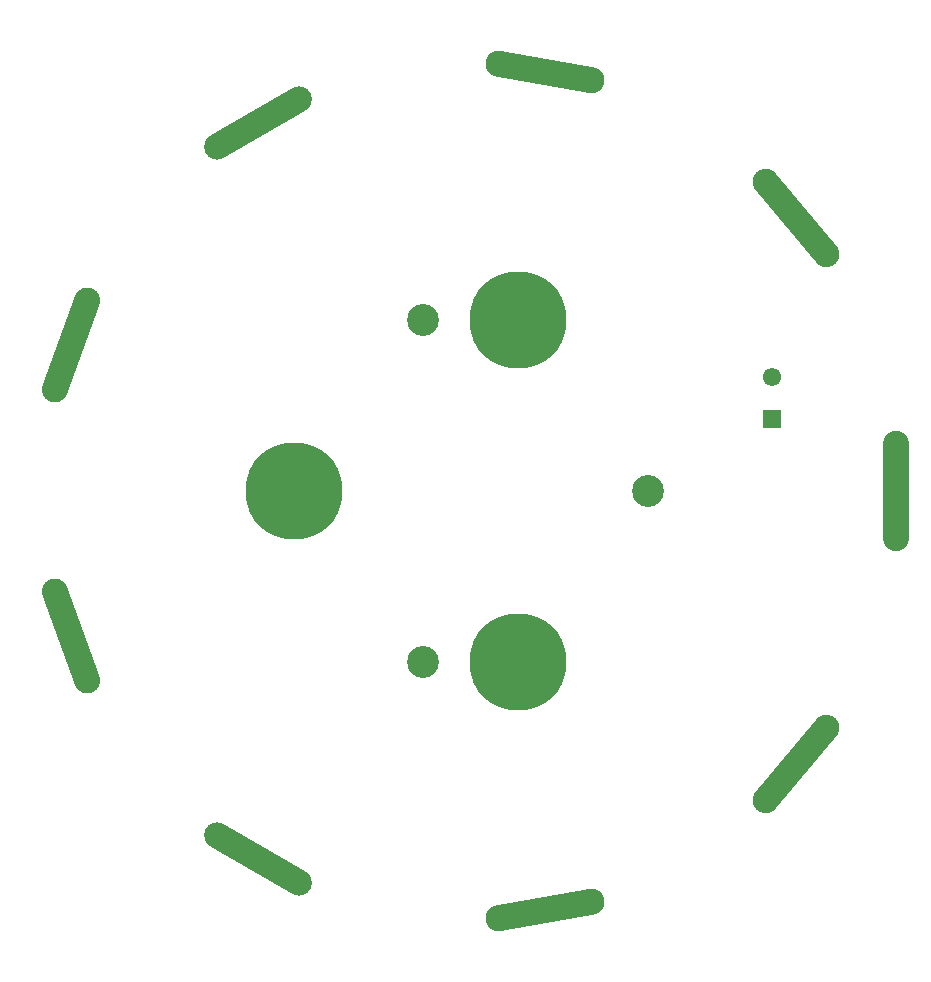
<source format=gts>
G04*
G04 #@! TF.GenerationSoftware,Altium Limited,Altium Designer,21.7.2 (23)*
G04*
G04 Layer_Color=8388736*
%FSLAX44Y44*%
%MOMM*%
G71*
G04*
G04 #@! TF.SameCoordinates,847BEF5B-BB13-4921-A02E-0AD033520D80*
G04*
G04*
G04 #@! TF.FilePolarity,Negative*
G04*
G01*
G75*
G04:AMPARAMS|DCode=11|XSize=10.2mm|YSize=2.2mm|CornerRadius=0mm|HoleSize=0mm|Usage=FLASHONLY|Rotation=230.000|XOffset=0mm|YOffset=0mm|HoleType=Round|Shape=Round|*
%AMOVALD11*
21,1,8.0000,2.2000,0.0000,0.0000,230.0*
1,1,2.2000,2.5712,3.0642*
1,1,2.2000,-2.5712,-3.0642*
%
%ADD11OVALD11*%

G04:AMPARAMS|DCode=12|XSize=10.2mm|YSize=2.2mm|CornerRadius=0mm|HoleSize=0mm|Usage=FLASHONLY|Rotation=370.000|XOffset=0mm|YOffset=0mm|HoleType=Round|Shape=Round|*
%AMOVALD12*
21,1,8.0000,2.2000,0.0000,0.0000,370.0*
1,1,2.2000,-3.9392,-0.6946*
1,1,2.2000,3.9392,0.6946*
%
%ADD12OVALD12*%

G04:AMPARAMS|DCode=13|XSize=10.2mm|YSize=2.2mm|CornerRadius=0mm|HoleSize=0mm|Usage=FLASHONLY|Rotation=150.000|XOffset=0mm|YOffset=0mm|HoleType=Round|Shape=Round|*
%AMOVALD13*
21,1,8.0000,2.2000,0.0000,0.0000,150.0*
1,1,2.2000,3.4641,-2.0000*
1,1,2.2000,-3.4641,2.0000*
%
%ADD13OVALD13*%

G04:AMPARAMS|DCode=14|XSize=10.2mm|YSize=2.2mm|CornerRadius=0mm|HoleSize=0mm|Usage=FLASHONLY|Rotation=570.000|XOffset=0mm|YOffset=0mm|HoleType=Round|Shape=Round|*
%AMOVALD14*
21,1,8.0000,2.2000,0.0000,0.0000,570.0*
1,1,2.2000,3.4641,2.0000*
1,1,2.2000,-3.4641,-2.0000*
%
%ADD14OVALD14*%

G04:AMPARAMS|DCode=15|XSize=10.2mm|YSize=2.2mm|CornerRadius=0mm|HoleSize=0mm|Usage=FLASHONLY|Rotation=430.000|XOffset=0mm|YOffset=0mm|HoleType=Round|Shape=Round|*
%AMOVALD15*
21,1,8.0000,2.2000,0.0000,0.0000,430.0*
1,1,2.2000,-1.3681,-3.7588*
1,1,2.2000,1.3681,3.7588*
%
%ADD15OVALD15*%

G04:AMPARAMS|DCode=16|XSize=10.2mm|YSize=2.2mm|CornerRadius=0mm|HoleSize=0mm|Usage=FLASHONLY|Rotation=290.000|XOffset=0mm|YOffset=0mm|HoleType=Round|Shape=Round|*
%AMOVALD16*
21,1,8.0000,2.2000,0.0000,0.0000,290.0*
1,1,2.2000,-1.3681,3.7588*
1,1,2.2000,1.3681,-3.7588*
%
%ADD16OVALD16*%

G04:AMPARAMS|DCode=17|XSize=10.2mm|YSize=2.2mm|CornerRadius=0mm|HoleSize=0mm|Usage=FLASHONLY|Rotation=350.000|XOffset=0mm|YOffset=0mm|HoleType=Round|Shape=Round|*
%AMOVALD17*
21,1,8.0000,2.2000,0.0000,0.0000,350.0*
1,1,2.2000,-3.9392,0.6946*
1,1,2.2000,3.9392,-0.6946*
%
%ADD17OVALD17*%

%ADD18O,2.2000X10.2000*%
G04:AMPARAMS|DCode=19|XSize=10.2mm|YSize=2.2mm|CornerRadius=0mm|HoleSize=0mm|Usage=FLASHONLY|Rotation=490.000|XOffset=0mm|YOffset=0mm|HoleType=Round|Shape=Round|*
%AMOVALD19*
21,1,8.0000,2.2000,0.0000,0.0000,490.0*
1,1,2.2000,2.5712,-3.0642*
1,1,2.2000,-2.5712,3.0642*
%
%ADD19OVALD19*%

%ADD20C,2.7032*%
%ADD21C,1.5532*%
%ADD22R,1.5532X1.5532*%
%ADD23C,8.2032*%
D11*
X275776Y-231404D02*
D03*
D12*
X62513Y-354531D02*
D03*
D13*
X-180000Y-311769D02*
D03*
D14*
Y311769D02*
D03*
D15*
X-338289Y123127D02*
D03*
D16*
X-338289Y-123127D02*
D03*
D17*
X62513Y354531D02*
D03*
D18*
X360000Y0D02*
D03*
D19*
X275776Y231404D02*
D03*
D20*
X150000Y0D02*
D03*
X-40000Y145000D02*
D03*
Y-145000D02*
D03*
D21*
X255000Y96000D02*
D03*
D22*
Y61000D02*
D03*
D23*
X40000Y145000D02*
D03*
Y-145000D02*
D03*
X-150000Y0D02*
D03*
M02*

</source>
